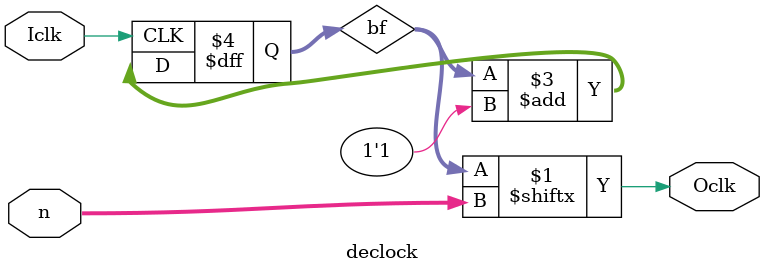
<source format=v>
module declock(
	output wire Oclk,
	input wire Iclk,
	input wire [4:0] n //let clock be 1/2^(n+1)
	);
	
    reg [31:0] bf;
    assign Oclk = bf[n];
    always @(posedge Iclk) begin
        bf <= bf+1'b1;
    end
endmodule
</source>
